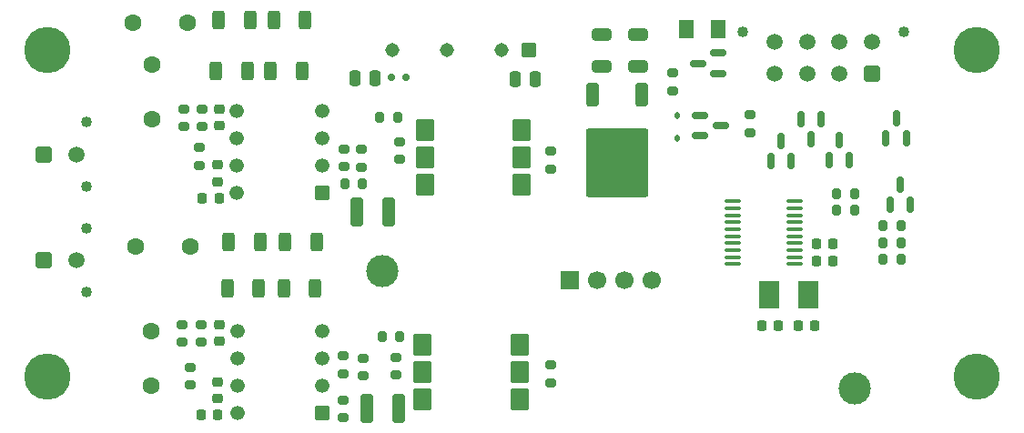
<source format=gbr>
%TF.GenerationSoftware,KiCad,Pcbnew,9.0.4*%
%TF.CreationDate,2026-01-14T13:13:59-08:00*%
%TF.ProjectId,2026Precharge,32303236-5072-4656-9368-617267652e6b,rev?*%
%TF.SameCoordinates,Original*%
%TF.FileFunction,Soldermask,Top*%
%TF.FilePolarity,Negative*%
%FSLAX46Y46*%
G04 Gerber Fmt 4.6, Leading zero omitted, Abs format (unit mm)*
G04 Created by KiCad (PCBNEW 9.0.4) date 2026-01-14 13:13:59*
%MOMM*%
%LPD*%
G01*
G04 APERTURE LIST*
G04 Aperture macros list*
%AMRoundRect*
0 Rectangle with rounded corners*
0 $1 Rounding radius*
0 $2 $3 $4 $5 $6 $7 $8 $9 X,Y pos of 4 corners*
0 Add a 4 corners polygon primitive as box body*
4,1,4,$2,$3,$4,$5,$6,$7,$8,$9,$2,$3,0*
0 Add four circle primitives for the rounded corners*
1,1,$1+$1,$2,$3*
1,1,$1+$1,$4,$5*
1,1,$1+$1,$6,$7*
1,1,$1+$1,$8,$9*
0 Add four rect primitives between the rounded corners*
20,1,$1+$1,$2,$3,$4,$5,0*
20,1,$1+$1,$4,$5,$6,$7,0*
20,1,$1+$1,$6,$7,$8,$9,0*
20,1,$1+$1,$8,$9,$2,$3,0*%
G04 Aperture macros list end*
%ADD10RoundRect,0.150000X0.587500X0.150000X-0.587500X0.150000X-0.587500X-0.150000X0.587500X-0.150000X0*%
%ADD11RoundRect,0.200000X-0.200000X-0.275000X0.200000X-0.275000X0.200000X0.275000X-0.200000X0.275000X0*%
%ADD12RoundRect,0.225000X0.225000X0.250000X-0.225000X0.250000X-0.225000X-0.250000X0.225000X-0.250000X0*%
%ADD13RoundRect,0.150000X0.150000X-0.587500X0.150000X0.587500X-0.150000X0.587500X-0.150000X-0.587500X0*%
%ADD14C,3.000000*%
%ADD15RoundRect,0.102000X0.555000X0.555000X-0.555000X0.555000X-0.555000X-0.555000X0.555000X-0.555000X0*%
%ADD16C,1.314000*%
%ADD17RoundRect,0.225000X-0.250000X0.225000X-0.250000X-0.225000X0.250000X-0.225000X0.250000X0.225000X0*%
%ADD18RoundRect,0.200000X-0.275000X0.200000X-0.275000X-0.200000X0.275000X-0.200000X0.275000X0.200000X0*%
%ADD19RoundRect,0.225000X-0.225000X-0.250000X0.225000X-0.250000X0.225000X0.250000X-0.225000X0.250000X0*%
%ADD20C,1.601000*%
%ADD21RoundRect,0.200000X0.275000X-0.200000X0.275000X0.200000X-0.275000X0.200000X-0.275000X-0.200000X0*%
%ADD22C,4.300000*%
%ADD23RoundRect,0.250000X-0.325000X-1.100000X0.325000X-1.100000X0.325000X1.100000X-0.325000X1.100000X0*%
%ADD24RoundRect,0.250000X0.250000X0.475000X-0.250000X0.475000X-0.250000X-0.475000X0.250000X-0.475000X0*%
%ADD25RoundRect,0.150000X-0.150000X0.587500X-0.150000X-0.587500X0.150000X-0.587500X0.150000X0.587500X0*%
%ADD26RoundRect,0.250000X-0.312500X-0.625000X0.312500X-0.625000X0.312500X0.625000X-0.312500X0.625000X0*%
%ADD27RoundRect,0.102000X0.565000X0.565000X-0.565000X0.565000X-0.565000X-0.565000X0.565000X-0.565000X0*%
%ADD28C,1.334000*%
%ADD29RoundRect,0.150000X0.150000X0.200000X-0.150000X0.200000X-0.150000X-0.200000X0.150000X-0.200000X0*%
%ADD30RoundRect,0.200000X0.200000X0.275000X-0.200000X0.275000X-0.200000X-0.275000X0.200000X-0.275000X0*%
%ADD31RoundRect,0.112500X0.112500X-0.187500X0.112500X0.187500X-0.112500X0.187500X-0.112500X-0.187500X0*%
%ADD32RoundRect,0.250000X0.312500X0.625000X-0.312500X0.625000X-0.312500X-0.625000X0.312500X-0.625000X0*%
%ADD33RoundRect,0.250000X0.650000X-0.325000X0.650000X0.325000X-0.650000X0.325000X-0.650000X-0.325000X0*%
%ADD34RoundRect,0.150000X-0.587500X-0.150000X0.587500X-0.150000X0.587500X0.150000X-0.587500X0.150000X0*%
%ADD35RoundRect,0.250000X-0.650000X0.325000X-0.650000X-0.325000X0.650000X-0.325000X0.650000X0.325000X0*%
%ADD36C,1.020000*%
%ADD37RoundRect,0.250001X0.499999X-0.499999X0.499999X0.499999X-0.499999X0.499999X-0.499999X-0.499999X0*%
%ADD38C,1.500000*%
%ADD39RoundRect,0.250000X-0.350000X0.850000X-0.350000X-0.850000X0.350000X-0.850000X0.350000X0.850000X0*%
%ADD40RoundRect,0.249997X-2.650003X2.950003X-2.650003X-2.950003X2.650003X-2.950003X2.650003X2.950003X0*%
%ADD41RoundRect,0.100000X0.637500X0.100000X-0.637500X0.100000X-0.637500X-0.100000X0.637500X-0.100000X0*%
%ADD42RoundRect,0.250001X0.499999X0.499999X-0.499999X0.499999X-0.499999X-0.499999X0.499999X-0.499999X0*%
%ADD43RoundRect,0.250001X-0.462499X-0.624999X0.462499X-0.624999X0.462499X0.624999X-0.462499X0.624999X0*%
%ADD44RoundRect,0.102000X-0.850000X-1.200000X0.850000X-1.200000X0.850000X1.200000X-0.850000X1.200000X0*%
%ADD45RoundRect,0.102000X-0.760000X-0.890000X0.760000X-0.890000X0.760000X0.890000X-0.760000X0.890000X0*%
%ADD46R,1.700000X1.700000*%
%ADD47C,1.700000*%
G04 APERTURE END LIST*
D10*
%TO.C,D5*%
X169810000Y-117830000D03*
X169810000Y-115930000D03*
X167935000Y-116880000D03*
%TD*%
D11*
%TO.C,R29*%
X180795000Y-129010000D03*
X182445000Y-129010000D03*
%TD*%
D12*
%TO.C,C3*%
X123192500Y-149602500D03*
X121642500Y-149602500D03*
%TD*%
D13*
%TO.C,Q2*%
X174667500Y-125940000D03*
X176567500Y-125940000D03*
X175617500Y-124065000D03*
%TD*%
D14*
%TO.C,TP2*%
X182505000Y-147090000D03*
%TD*%
D15*
%TO.C,PS1*%
X152130000Y-115630000D03*
D16*
X149590000Y-115630000D03*
X144510000Y-115630000D03*
X139430000Y-115630000D03*
%TD*%
D17*
%TO.C,C5*%
X123175000Y-126325000D03*
X123175000Y-127875000D03*
%TD*%
D18*
%TO.C,R20*%
X139770000Y-144235000D03*
X139770000Y-145885000D03*
%TD*%
D17*
%TO.C,C7*%
X123192500Y-146502500D03*
X123192500Y-148052500D03*
%TD*%
D19*
%TO.C,C9*%
X178915000Y-133700000D03*
X180465000Y-133700000D03*
%TD*%
D20*
%TO.C,F4*%
X117010000Y-146910000D03*
X117010000Y-141830000D03*
%TD*%
D13*
%TO.C,Q3*%
X185757500Y-130047500D03*
X187657500Y-130047500D03*
X186707500Y-128172500D03*
%TD*%
D21*
%TO.C,R17*%
X136625000Y-126525000D03*
X136625000Y-124875000D03*
%TD*%
D18*
%TO.C,R11*%
X119942500Y-141165000D03*
X119942500Y-142815000D03*
%TD*%
D20*
%TO.C,F3*%
X117080000Y-122090000D03*
X117080000Y-117010000D03*
%TD*%
D22*
%TO.C,H4*%
X193840000Y-146010000D03*
%TD*%
D13*
%TO.C,Q4*%
X180065000Y-125890000D03*
X181965000Y-125890000D03*
X181015000Y-124015000D03*
%TD*%
D23*
%TO.C,CL2*%
X136175000Y-130680000D03*
X139125000Y-130680000D03*
%TD*%
D24*
%TO.C,C2*%
X137890000Y-118290000D03*
X135990000Y-118290000D03*
%TD*%
D21*
%TO.C,R14*%
X165540000Y-119415000D03*
X165540000Y-117765000D03*
%TD*%
D25*
%TO.C,D2*%
X179350000Y-122045000D03*
X177450000Y-122045000D03*
X178400000Y-123920000D03*
%TD*%
D26*
%TO.C,R7*%
X124255000Y-133480000D03*
X127180000Y-133480000D03*
%TD*%
D22*
%TO.C,H2*%
X193840000Y-115670000D03*
%TD*%
D18*
%TO.C,R24*%
X154170000Y-125055000D03*
X154170000Y-126705000D03*
%TD*%
D20*
%TO.C,F2*%
X115620000Y-133900000D03*
X120700000Y-133900000D03*
%TD*%
D27*
%TO.C,U2*%
X132945000Y-128960000D03*
D28*
X132945000Y-126420000D03*
X132945000Y-123880000D03*
X132945000Y-121340000D03*
X125005000Y-121340000D03*
X125005000Y-123880000D03*
X125005000Y-126420000D03*
X125005000Y-128960000D03*
%TD*%
D12*
%TO.C,C10*%
X180445000Y-135280000D03*
X178895000Y-135280000D03*
%TD*%
D18*
%TO.C,RT2*%
X121775000Y-121125000D03*
X121775000Y-122775000D03*
%TD*%
D21*
%TO.C,R27*%
X172740000Y-123335000D03*
X172740000Y-121685000D03*
%TD*%
D26*
%TO.C,R8*%
X129480000Y-133480000D03*
X132405000Y-133480000D03*
%TD*%
%TO.C,R1*%
X123290000Y-112835000D03*
X126215000Y-112835000D03*
%TD*%
D29*
%TO.C,D3*%
X139350000Y-118200000D03*
X140750000Y-118200000D03*
%TD*%
D11*
%TO.C,R12*%
X138315000Y-121930000D03*
X139965000Y-121930000D03*
%TD*%
D30*
%TO.C,R30*%
X182445000Y-130570000D03*
X180795000Y-130570000D03*
%TD*%
D31*
%TO.C,D6*%
X165940000Y-123850000D03*
X165940000Y-121750000D03*
%TD*%
D12*
%TO.C,C8*%
X175395000Y-141300000D03*
X173845000Y-141300000D03*
%TD*%
D18*
%TO.C,R6*%
X120075000Y-121100000D03*
X120075000Y-122750000D03*
%TD*%
D32*
%TO.C,R10*%
X127042500Y-137780000D03*
X124117500Y-137780000D03*
%TD*%
D21*
%TO.C,RL1*%
X134910000Y-149875000D03*
X134910000Y-148225000D03*
%TD*%
D18*
%TO.C,R21*%
X120692500Y-145165000D03*
X120692500Y-146815000D03*
%TD*%
D32*
%TO.C,R3*%
X131052500Y-117610000D03*
X128127500Y-117610000D03*
%TD*%
D33*
%TO.C,C14*%
X158910000Y-117165000D03*
X158910000Y-114215000D03*
%TD*%
D17*
%TO.C,CT1*%
X123367500Y-141215000D03*
X123367500Y-142765000D03*
%TD*%
D12*
%TO.C,C4*%
X123350000Y-129400000D03*
X121800000Y-129400000D03*
%TD*%
D34*
%TO.C,Q5*%
X168115000Y-121700000D03*
X168115000Y-123600000D03*
X169990000Y-122650000D03*
%TD*%
D18*
%TO.C,R25*%
X154200000Y-144935000D03*
X154200000Y-146585000D03*
%TD*%
D19*
%TO.C,C6*%
X177225000Y-141320000D03*
X178775000Y-141320000D03*
%TD*%
D18*
%TO.C,RS2*%
X135000000Y-124850000D03*
X135000000Y-126500000D03*
%TD*%
D22*
%TO.C,H1*%
X107390000Y-115670000D03*
%TD*%
D35*
%TO.C,C15*%
X162280000Y-114195000D03*
X162280000Y-117145000D03*
%TD*%
D18*
%TO.C,R16*%
X121550000Y-124700000D03*
X121550000Y-126350000D03*
%TD*%
D11*
%TO.C,R19*%
X185125000Y-133560000D03*
X186775000Y-133560000D03*
%TD*%
D30*
%TO.C,R18*%
X186775000Y-135120000D03*
X185125000Y-135120000D03*
%TD*%
D26*
%TO.C,R2*%
X128427500Y-112835000D03*
X131352500Y-112835000D03*
%TD*%
D14*
%TO.C,TP1*%
X138570000Y-136210000D03*
%TD*%
D32*
%TO.C,R9*%
X132305000Y-137780000D03*
X129380000Y-137780000D03*
%TD*%
D13*
%TO.C,D4*%
X185390000Y-123887500D03*
X187290000Y-123887500D03*
X186340000Y-122012500D03*
%TD*%
D36*
%TO.C,Molex2*%
X111000000Y-138190000D03*
X111000000Y-132190000D03*
D37*
X107060000Y-135190000D03*
D38*
X110060000Y-135190000D03*
%TD*%
D11*
%TO.C,RL2*%
X135025000Y-128100000D03*
X136675000Y-128100000D03*
%TD*%
D22*
%TO.C,H3*%
X107390000Y-146010000D03*
%TD*%
D39*
%TO.C,U8*%
X162687500Y-119800000D03*
D40*
X160407500Y-126100000D03*
D39*
X158127500Y-119800000D03*
%TD*%
D18*
%TO.C,RS1*%
X134870000Y-144105000D03*
X134870000Y-145755000D03*
%TD*%
D30*
%TO.C,R5*%
X186775000Y-131950000D03*
X185125000Y-131950000D03*
%TD*%
D41*
%TO.C,U7*%
X176875000Y-135555000D03*
X176875000Y-134905000D03*
X176875000Y-134255000D03*
X176875000Y-133605000D03*
X176875000Y-132955000D03*
X176875000Y-132305000D03*
X176875000Y-131655000D03*
X176875000Y-131005000D03*
X176875000Y-130355000D03*
X176875000Y-129705000D03*
X171150000Y-129705000D03*
X171150000Y-130355000D03*
X171150000Y-131005000D03*
X171150000Y-131655000D03*
X171150000Y-132305000D03*
X171150000Y-132955000D03*
X171150000Y-133605000D03*
X171150000Y-134255000D03*
X171150000Y-134905000D03*
X171150000Y-135555000D03*
%TD*%
D11*
%TO.C,R13*%
X138505000Y-142270000D03*
X140155000Y-142270000D03*
%TD*%
D23*
%TO.C,CL1*%
X137102500Y-148970000D03*
X140052500Y-148970000D03*
%TD*%
D20*
%TO.C,F1*%
X115300000Y-113110000D03*
X120380000Y-113110000D03*
%TD*%
D21*
%TO.C,R22*%
X136740000Y-145975000D03*
X136740000Y-144325000D03*
%TD*%
D36*
%TO.C,J1*%
X187050000Y-113910000D03*
X172050000Y-113910000D03*
D42*
X184050000Y-117850000D03*
D38*
X181050000Y-117850000D03*
X178050000Y-117850000D03*
X175050000Y-117850000D03*
X184050000Y-114850000D03*
X181050000Y-114850000D03*
X178050000Y-114850000D03*
X175050000Y-114850000D03*
%TD*%
D43*
%TO.C,F7*%
X166802500Y-113700000D03*
X169777500Y-113700000D03*
%TD*%
D17*
%TO.C,CT2*%
X123350000Y-121150000D03*
X123350000Y-122700000D03*
%TD*%
D44*
%TO.C,X1*%
X174480000Y-138370000D03*
X178180000Y-138370000D03*
%TD*%
D45*
%TO.C,U4*%
X142297500Y-143072500D03*
X142297500Y-145612500D03*
X142297500Y-148152500D03*
X151307500Y-148152500D03*
X151307500Y-145612500D03*
X151307500Y-143072500D03*
%TD*%
D36*
%TO.C,Molex1*%
X110990000Y-128330000D03*
X110990000Y-122330000D03*
D37*
X107050000Y-125330000D03*
D38*
X110050000Y-125330000D03*
%TD*%
D45*
%TO.C,U1*%
X142495000Y-123085000D03*
X142495000Y-125625000D03*
X142495000Y-128165000D03*
X151505000Y-128165000D03*
X151505000Y-125625000D03*
X151505000Y-123085000D03*
%TD*%
D18*
%TO.C,RT1*%
X121692500Y-141165000D03*
X121692500Y-142815000D03*
%TD*%
D32*
%TO.C,R4*%
X126002500Y-117610000D03*
X123077500Y-117610000D03*
%TD*%
D46*
%TO.C,J2*%
X155990000Y-137020000D03*
D47*
X158530000Y-137020000D03*
X161070000Y-137020000D03*
X163610000Y-137020000D03*
%TD*%
D27*
%TO.C,U5*%
X132967500Y-149380000D03*
D28*
X132967500Y-146840000D03*
X132967500Y-144300000D03*
X132967500Y-141760000D03*
X125027500Y-141760000D03*
X125027500Y-144300000D03*
X125027500Y-146840000D03*
X125027500Y-149380000D03*
%TD*%
D24*
%TO.C,C1*%
X152760000Y-118380000D03*
X150860000Y-118380000D03*
%TD*%
D18*
%TO.C,R15*%
X140100000Y-124155000D03*
X140100000Y-125805000D03*
%TD*%
M02*

</source>
